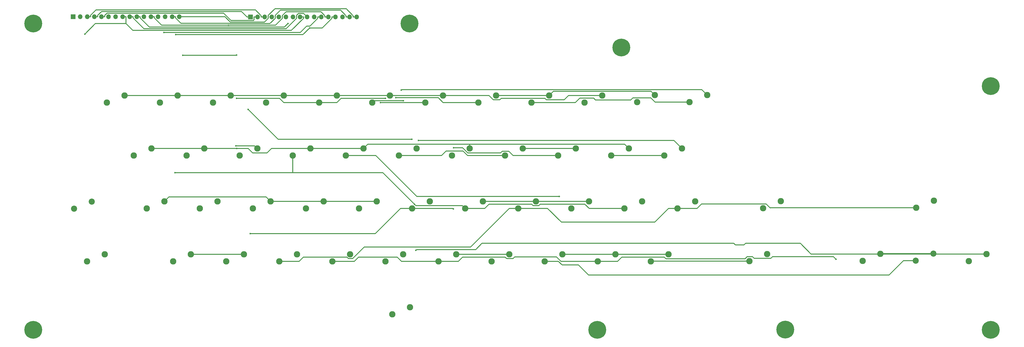
<source format=gbr>
G04 #@! TF.GenerationSoftware,KiCad,Pcbnew,(5.1.5)-3*
G04 #@! TF.CreationDate,2021-01-24T16:57:30-06:00*
G04 #@! TF.ProjectId,DragonKeyboard,44726167-6f6e-44b6-9579-626f6172642e,rev?*
G04 #@! TF.SameCoordinates,Original*
G04 #@! TF.FileFunction,Copper,L1,Top*
G04 #@! TF.FilePolarity,Positive*
%FSLAX46Y46*%
G04 Gerber Fmt 4.6, Leading zero omitted, Abs format (unit mm)*
G04 Created by KiCad (PCBNEW (5.1.5)-3) date 2021-01-24 16:57:30*
%MOMM*%
%LPD*%
G04 APERTURE LIST*
%ADD10C,2.200000*%
%ADD11O,1.700000X1.700000*%
%ADD12R,1.700000X1.700000*%
%ADD13C,6.400000*%
%ADD14C,2.286000*%
%ADD15C,0.600000*%
%ADD16C,0.375000*%
G04 APERTURE END LIST*
D10*
X358250000Y-178840000D03*
X364600000Y-176300000D03*
D11*
X157600000Y-91100000D03*
X155060000Y-91100000D03*
X152520000Y-91100000D03*
X149980000Y-91100000D03*
X147440000Y-91100000D03*
X144900000Y-91100000D03*
X142360000Y-91100000D03*
X139820000Y-91100000D03*
X137280000Y-91100000D03*
X134740000Y-91100000D03*
X132200000Y-91100000D03*
X129660000Y-91100000D03*
X127120000Y-91100000D03*
X124580000Y-91100000D03*
X122040000Y-91100000D03*
D12*
X119500000Y-91100000D03*
D11*
X93900000Y-91000000D03*
X91360000Y-91000000D03*
X88820000Y-91000000D03*
X86280000Y-91000000D03*
X83740000Y-91000000D03*
X81200000Y-91000000D03*
X78660000Y-91000000D03*
X76120000Y-91000000D03*
X73580000Y-91000000D03*
X71040000Y-91000000D03*
X68500000Y-91000000D03*
X65960000Y-91000000D03*
X63420000Y-91000000D03*
X60880000Y-91000000D03*
X58340000Y-91000000D03*
D12*
X55800000Y-91000000D03*
D10*
X56150000Y-160140000D03*
X62500000Y-157600000D03*
D13*
X176530000Y-93472000D03*
X252603000Y-102108000D03*
X41529000Y-203708000D03*
X311404000Y-203581000D03*
X41529000Y-93472000D03*
X243967000Y-203708000D03*
X385200000Y-203700000D03*
X385200000Y-116000000D03*
D14*
X283440000Y-119220000D03*
X277090000Y-121760000D03*
X245745000Y-119380000D03*
X239395000Y-121920000D03*
X74295000Y-119380000D03*
X67945000Y-121920000D03*
X93345000Y-119380000D03*
X86995000Y-121920000D03*
X112395000Y-119380000D03*
X106045000Y-121920000D03*
X131445000Y-119380000D03*
X125095000Y-121920000D03*
X150495000Y-119380000D03*
X144145000Y-121920000D03*
X169545000Y-119380000D03*
X163195000Y-121920000D03*
X188595000Y-119380000D03*
X182245000Y-121920000D03*
X207645000Y-119380000D03*
X201295000Y-121920000D03*
X226695000Y-119380000D03*
X220345000Y-121920000D03*
X383640000Y-176420000D03*
X377290000Y-178960000D03*
X264640000Y-119220000D03*
X258290000Y-121760000D03*
X274320000Y-138430000D03*
X267970000Y-140970000D03*
X260032000Y-157480000D03*
X253682000Y-160020000D03*
X279082000Y-157480000D03*
X272732000Y-160020000D03*
X231458000Y-176530000D03*
X225108000Y-179070000D03*
X250508000Y-176530000D03*
X244158000Y-179070000D03*
X269558000Y-176530000D03*
X263208000Y-179070000D03*
X88582500Y-157480000D03*
X82232500Y-160020000D03*
X174308000Y-176530000D03*
X167958000Y-179070000D03*
X136208000Y-176530000D03*
X129858000Y-179070000D03*
X126682000Y-157480000D03*
X120332000Y-160020000D03*
X121920000Y-138430000D03*
X115570000Y-140970000D03*
X145732000Y-157480000D03*
X139382000Y-160020000D03*
X164782000Y-157480000D03*
X158432000Y-160020000D03*
X183832000Y-157480000D03*
X177482000Y-160020000D03*
X217170000Y-138430000D03*
X210820000Y-140970000D03*
X202882000Y-157480000D03*
X196532000Y-160020000D03*
X221932000Y-157480000D03*
X215582000Y-160020000D03*
X240982000Y-157480000D03*
X234632000Y-160020000D03*
X212408000Y-176530000D03*
X206058000Y-179070000D03*
X193358000Y-176530000D03*
X187008000Y-179070000D03*
X236220000Y-138430000D03*
X229870000Y-140970000D03*
X255270000Y-138430000D03*
X248920000Y-140970000D03*
X83940000Y-138420000D03*
X77590000Y-140960000D03*
X140970000Y-138430000D03*
X134620000Y-140970000D03*
X107632000Y-157480000D03*
X101282000Y-160020000D03*
X160020000Y-138430000D03*
X153670000Y-140970000D03*
X198120000Y-138430000D03*
X191770000Y-140970000D03*
X155258000Y-176530000D03*
X148908000Y-179070000D03*
X102870000Y-138430000D03*
X96520000Y-140970000D03*
X117158000Y-176530000D03*
X110808000Y-179070000D03*
X179070000Y-138430000D03*
X172720000Y-140970000D03*
X98107500Y-176530000D03*
X91757500Y-179070000D03*
X67151200Y-176530000D03*
X60801200Y-179070000D03*
X309840000Y-157420000D03*
X303490000Y-159960000D03*
X176689000Y-195580000D03*
X170339000Y-198120000D03*
X345540000Y-176320000D03*
X339190000Y-178860000D03*
X364740000Y-157220000D03*
X358390000Y-159760000D03*
X304927000Y-176403000D03*
X298577000Y-178943000D03*
D15*
X192348700Y-138140200D03*
X166176600Y-121920000D03*
X174344900Y-121229500D03*
X329600000Y-178300000D03*
X114482700Y-120362600D03*
X167940400Y-120373100D03*
X95200000Y-104900000D03*
X114482700Y-104817300D03*
X92679900Y-97481100D03*
X140719300Y-95064000D03*
X230294200Y-155682200D03*
X111606600Y-94076900D03*
X92394500Y-147104700D03*
X88382500Y-96645300D03*
X178373500Y-158517400D03*
X132935900Y-93434300D03*
X119393900Y-169069100D03*
X171684700Y-120177600D03*
X192296100Y-160201900D03*
X173609000Y-117405700D03*
X60019200Y-97285000D03*
X178843400Y-175091500D03*
X114545300Y-138430000D03*
X118644500Y-124390900D03*
X177438700Y-135145600D03*
X179753800Y-135581200D03*
X114243600Y-137479200D03*
D16*
X156362200Y-91100000D02*
X156362200Y-90635800D01*
X156362200Y-90635800D02*
X153831300Y-88104900D01*
X153831300Y-88104900D02*
X128285800Y-88104900D01*
X128285800Y-88104900D02*
X125850000Y-90540700D01*
X125850000Y-90540700D02*
X125850000Y-91582900D01*
X125850000Y-91582900D02*
X124506600Y-92926300D01*
X124506600Y-92926300D02*
X112242500Y-92926300D01*
X112242500Y-92926300D02*
X110316200Y-91000000D01*
X110316200Y-91000000D02*
X95137800Y-91000000D01*
X93900000Y-91000000D02*
X95137800Y-91000000D01*
X157600000Y-91100000D02*
X156362200Y-91100000D01*
X166176600Y-121920000D02*
X182245000Y-121920000D01*
X229870000Y-140970000D02*
X213717400Y-140970000D01*
X213717400Y-140970000D02*
X212174000Y-139426600D01*
X212174000Y-139426600D02*
X209823400Y-139426600D01*
X209823400Y-139426600D02*
X209255000Y-139995000D01*
X209255000Y-139995000D02*
X197466400Y-139995000D01*
X197466400Y-139995000D02*
X195611600Y-138140200D01*
X195611600Y-138140200D02*
X192348700Y-138140200D01*
X298577000Y-178943000D02*
X263335000Y-178943000D01*
X263335000Y-178943000D02*
X263208000Y-179070000D01*
X153822200Y-91100000D02*
X153822200Y-90635800D01*
X153822200Y-90635800D02*
X151866700Y-88680300D01*
X151866700Y-88680300D02*
X130250300Y-88680300D01*
X130250300Y-88680300D02*
X128390000Y-90540600D01*
X128390000Y-90540600D02*
X128390000Y-91580600D01*
X128390000Y-91580600D02*
X126469000Y-93501600D01*
X126469000Y-93501600D02*
X112004100Y-93501600D01*
X112004100Y-93501600D02*
X111891600Y-93389100D01*
X111891600Y-93389100D02*
X94522600Y-93389100D01*
X94522600Y-93389100D02*
X92597800Y-91464300D01*
X92597800Y-91464300D02*
X92597800Y-91000000D01*
X244158000Y-179070000D02*
X230908200Y-179070000D01*
X230908200Y-179070000D02*
X229315500Y-177477300D01*
X229315500Y-177477300D02*
X214317100Y-177477300D01*
X214317100Y-177477300D02*
X213727400Y-178067000D01*
X213727400Y-178067000D02*
X211405000Y-178067000D01*
X211405000Y-178067000D02*
X210868900Y-177530900D01*
X210868900Y-177530900D02*
X195588500Y-177530900D01*
X195588500Y-177530900D02*
X194049400Y-179070000D01*
X194049400Y-179070000D02*
X187008000Y-179070000D01*
X91360000Y-91000000D02*
X92597800Y-91000000D01*
X155060000Y-91100000D02*
X153822200Y-91100000D01*
X163195000Y-121920000D02*
X163885500Y-121229500D01*
X163885500Y-121229500D02*
X174344900Y-121229500D01*
X306824100Y-177362300D02*
X306246400Y-177940000D01*
X306246400Y-177940000D02*
X300227200Y-177940000D01*
X300227200Y-177940000D02*
X299653300Y-177366100D01*
X299653300Y-177366100D02*
X297740900Y-177366100D01*
X297740900Y-177366100D02*
X296998300Y-178108700D01*
X296998300Y-178108700D02*
X268596700Y-178108700D01*
X268596700Y-178108700D02*
X268018900Y-177530900D01*
X268018900Y-177530900D02*
X252738500Y-177530900D01*
X252738500Y-177530900D02*
X251199400Y-179070000D01*
X251199400Y-179070000D02*
X244158000Y-179070000D01*
X148908000Y-179070000D02*
X156763000Y-179070000D01*
X156763000Y-179070000D02*
X158305500Y-177527500D01*
X158305500Y-177527500D02*
X172117500Y-177527500D01*
X172117500Y-177527500D02*
X173660000Y-179070000D01*
X173660000Y-179070000D02*
X187008000Y-179070000D01*
X306824100Y-177362300D02*
X328662300Y-177362300D01*
X328662300Y-177362300D02*
X329600000Y-178300000D01*
X329600000Y-178300000D02*
X329600000Y-178300000D01*
X144145000Y-121920000D02*
X131445000Y-121920000D01*
X131445000Y-121920000D02*
X129887600Y-120362600D01*
X129887600Y-120362600D02*
X114482700Y-120362600D01*
X167940400Y-120373100D02*
X152041900Y-120373100D01*
X152041900Y-120373100D02*
X150495000Y-121920000D01*
X150495000Y-121920000D02*
X144145000Y-121920000D01*
X114400000Y-104900000D02*
X114482700Y-104817300D01*
X95200000Y-104900000D02*
X114400000Y-104900000D01*
X140719300Y-95064000D02*
X138302200Y-97481100D01*
X138302200Y-97481100D02*
X92679900Y-97481100D01*
X149980000Y-91100000D02*
X148742200Y-91100000D01*
X148742200Y-91100000D02*
X148742200Y-91564200D01*
X148742200Y-91564200D02*
X145242400Y-95064000D01*
X145242400Y-95064000D02*
X140719300Y-95064000D01*
X153670000Y-140970000D02*
X164449400Y-140970000D01*
X164449400Y-140970000D02*
X179161600Y-155682200D01*
X179161600Y-155682200D02*
X230294200Y-155682200D01*
X353834200Y-178840000D02*
X358250000Y-178840000D01*
X229996300Y-179070000D02*
X231297500Y-180371200D01*
X348661900Y-184012300D02*
X353834200Y-178840000D01*
X225108000Y-179070000D02*
X229996300Y-179070000D01*
X231297500Y-180371200D02*
X237188600Y-180371200D01*
X237188600Y-180371200D02*
X240829700Y-184012300D01*
X240829700Y-184012300D02*
X348661900Y-184012300D01*
X111606600Y-94076900D02*
X128445000Y-94076900D01*
X128445000Y-94076900D02*
X130930000Y-91591900D01*
X130930000Y-91591900D02*
X130930000Y-90583900D01*
X130930000Y-90583900D02*
X132244700Y-89269200D01*
X132244700Y-89269200D02*
X144835600Y-89269200D01*
X144835600Y-89269200D02*
X146202200Y-90635800D01*
X146202200Y-90635800D02*
X146202200Y-91100000D01*
X84977800Y-91000000D02*
X84977800Y-91464200D01*
X84977800Y-91464200D02*
X87590500Y-94076900D01*
X87590500Y-94076900D02*
X111606600Y-94076900D01*
X272732000Y-160020000D02*
X269541400Y-160020000D01*
X269541400Y-160020000D02*
X264614100Y-164947300D01*
X264614100Y-164947300D02*
X231045000Y-164947300D01*
X231045000Y-164947300D02*
X226117700Y-160020000D01*
X226117700Y-160020000D02*
X215582000Y-160020000D01*
X305976200Y-159860000D02*
X304533000Y-158416800D01*
X304533000Y-158416800D02*
X281376600Y-158416800D01*
X281376600Y-158416800D02*
X279773400Y-160020000D01*
X279773400Y-160020000D02*
X272732000Y-160020000D01*
X215582000Y-160020000D02*
X212391400Y-160020000D01*
X212391400Y-160020000D02*
X198470600Y-173940800D01*
X198470600Y-173940800D02*
X160264900Y-173940800D01*
X160264900Y-173940800D02*
X156128400Y-178077300D01*
X156128400Y-178077300D02*
X154638300Y-178077300D01*
X154638300Y-178077300D02*
X154088800Y-177527800D01*
X154088800Y-177527800D02*
X138441600Y-177527800D01*
X138441600Y-177527800D02*
X136899400Y-179070000D01*
X136899400Y-179070000D02*
X129858000Y-179070000D01*
X83740000Y-91000000D02*
X84977800Y-91000000D01*
X147440000Y-91100000D02*
X146202200Y-91100000D01*
X306076200Y-159760000D02*
X358390000Y-159760000D01*
X305976200Y-159860000D02*
X306076200Y-159760000D01*
X134620000Y-147104700D02*
X166960800Y-147104700D01*
X166960800Y-147104700D02*
X178373500Y-158517400D01*
X92394500Y-147104700D02*
X134620000Y-147104700D01*
X134620000Y-140970000D02*
X134620000Y-147104700D01*
X143662200Y-91100000D02*
X143662200Y-91564200D01*
X143662200Y-91564200D02*
X140850200Y-94376200D01*
X140850200Y-94376200D02*
X139620800Y-94376200D01*
X139620800Y-94376200D02*
X137351700Y-96645300D01*
X137351700Y-96645300D02*
X88382500Y-96645300D01*
X144900000Y-91100000D02*
X143662200Y-91100000D01*
X253682000Y-160020000D02*
X241040500Y-160020000D01*
X241040500Y-160020000D02*
X239501400Y-158480900D01*
X239501400Y-158480900D02*
X223471100Y-158480900D01*
X223471100Y-158480900D02*
X222936200Y-159015800D01*
X222936200Y-159015800D02*
X220927800Y-159015800D01*
X220927800Y-159015800D02*
X220392900Y-158480900D01*
X220392900Y-158480900D02*
X205112500Y-158480900D01*
X205112500Y-158480900D02*
X203573400Y-160020000D01*
X203573400Y-160020000D02*
X196532000Y-160020000D01*
X196532000Y-160020000D02*
X195522900Y-159010900D01*
X195522900Y-159010900D02*
X178867000Y-159010900D01*
X178867000Y-159010900D02*
X178373500Y-158517400D01*
X79897800Y-91000000D02*
X79897800Y-91464300D01*
X79897800Y-91464300D02*
X83198200Y-94764700D01*
X83198200Y-94764700D02*
X131605500Y-94764700D01*
X131605500Y-94764700D02*
X132935900Y-93434300D01*
X78660000Y-91000000D02*
X79897800Y-91000000D01*
X220345000Y-121920000D02*
X236120900Y-121920000D01*
X236120900Y-121920000D02*
X237701500Y-120339400D01*
X237701500Y-120339400D02*
X242667800Y-120339400D01*
X242667800Y-120339400D02*
X243300400Y-120972000D01*
X243300400Y-120972000D02*
X255963900Y-120972000D01*
X255963900Y-120972000D02*
X256716500Y-120219400D01*
X256716500Y-120219400D02*
X263157900Y-120219400D01*
X263157900Y-120219400D02*
X264698500Y-121760000D01*
X264698500Y-121760000D02*
X277090000Y-121760000D01*
X172720000Y-140970000D02*
X188090200Y-140970000D01*
X188090200Y-140970000D02*
X189674900Y-139385300D01*
X189674900Y-139385300D02*
X195780100Y-139385300D01*
X195780100Y-139385300D02*
X197364800Y-140970000D01*
X197364800Y-140970000D02*
X210820000Y-140970000D01*
X77357800Y-91000000D02*
X77357800Y-91464200D01*
X77357800Y-91464200D02*
X81233600Y-95340000D01*
X81233600Y-95340000D02*
X132307400Y-95340000D01*
X132307400Y-95340000D02*
X136010000Y-91637400D01*
X136010000Y-91637400D02*
X136010000Y-90557400D01*
X136010000Y-90557400D02*
X136706500Y-89860900D01*
X136706500Y-89860900D02*
X138580900Y-89860900D01*
X138580900Y-89860900D02*
X139820000Y-91100000D01*
X177482000Y-160020000D02*
X173372000Y-160020000D01*
X173372000Y-160020000D02*
X164322900Y-169069100D01*
X164322900Y-169069100D02*
X119393900Y-169069100D01*
X192296100Y-160201900D02*
X192114200Y-160020000D01*
X192114200Y-160020000D02*
X177482000Y-160020000D01*
X76120000Y-91000000D02*
X77357800Y-91000000D01*
X201295000Y-121920000D02*
X188595000Y-121920000D01*
X188595000Y-121920000D02*
X186852600Y-120177600D01*
X186852600Y-120177600D02*
X171684700Y-120177600D01*
X248920000Y-140970000D02*
X267970000Y-140970000D01*
X74817800Y-93501700D02*
X77231400Y-95915300D01*
X77231400Y-95915300D02*
X134166700Y-95915300D01*
X134166700Y-95915300D02*
X138517800Y-91564200D01*
X138517800Y-91564200D02*
X138517800Y-91100000D01*
X283440000Y-119220000D02*
X281454000Y-117234000D01*
X281454000Y-117234000D02*
X173780700Y-117234000D01*
X173780700Y-117234000D02*
X173609000Y-117405700D01*
X74817800Y-93501700D02*
X63802500Y-93501700D01*
X63802500Y-93501700D02*
X60019200Y-97285000D01*
X74817800Y-91000000D02*
X74817800Y-93501700D01*
X73580000Y-91000000D02*
X74817800Y-91000000D01*
X137280000Y-91100000D02*
X138517800Y-91100000D01*
X364284900Y-176400000D02*
X320670200Y-176400000D01*
X320670200Y-176400000D02*
X316838200Y-172568000D01*
X316838200Y-172568000D02*
X297204100Y-172568000D01*
X297204100Y-172568000D02*
X296594500Y-173177600D01*
X296594500Y-173177600D02*
X293571800Y-173177600D01*
X293571800Y-173177600D02*
X292932000Y-172537800D01*
X292932000Y-172537800D02*
X202582300Y-172537800D01*
X202582300Y-172537800D02*
X200316400Y-174803700D01*
X200316400Y-174803700D02*
X179131200Y-174803700D01*
X179131200Y-174803700D02*
X178843400Y-175091500D01*
X346784900Y-176300000D02*
X364600000Y-176300000D01*
X345540000Y-176320000D02*
X345560000Y-176300000D01*
X345560000Y-176300000D02*
X346784900Y-176300000D01*
X383640000Y-176420000D02*
X364720000Y-176420000D01*
X364720000Y-176420000D02*
X364600000Y-176300000D01*
X98107500Y-176530000D02*
X117158000Y-176530000D01*
X114545300Y-138430000D02*
X102870000Y-138430000D01*
X140970000Y-138430000D02*
X127014500Y-138430000D01*
X127014500Y-138430000D02*
X125450800Y-139993700D01*
X125450800Y-139993700D02*
X120246400Y-139993700D01*
X120246400Y-139993700D02*
X118682700Y-138430000D01*
X118682700Y-138430000D02*
X114545300Y-138430000D01*
X198120000Y-136895100D02*
X253735100Y-136895100D01*
X253735100Y-136895100D02*
X255270000Y-138430000D01*
X198120000Y-136895100D02*
X161554900Y-136895100D01*
X161554900Y-136895100D02*
X160020000Y-138430000D01*
X198120000Y-138430000D02*
X198120000Y-136895100D01*
X160020000Y-138430000D02*
X140970000Y-138430000D01*
X102870000Y-138430000D02*
X102860000Y-138420000D01*
X102860000Y-138420000D02*
X83940000Y-138420000D01*
X177438700Y-135145600D02*
X129399200Y-135145600D01*
X129399200Y-135145600D02*
X118644500Y-124390900D01*
X120802200Y-91100000D02*
X120802200Y-92105700D01*
X120802200Y-92105700D02*
X120570100Y-92337800D01*
X120570100Y-92337800D02*
X112467700Y-92337800D01*
X112467700Y-92337800D02*
X109857400Y-89727500D01*
X109857400Y-89727500D02*
X67995700Y-89727500D01*
X67995700Y-89727500D02*
X67197800Y-90525400D01*
X67197800Y-90525400D02*
X67197800Y-91000000D01*
X65960000Y-91000000D02*
X67197800Y-91000000D01*
X122040000Y-91100000D02*
X120802200Y-91100000D01*
X202882000Y-157480000D02*
X221932000Y-157480000D01*
X240982000Y-157480000D02*
X221932000Y-157480000D01*
X193358000Y-176530000D02*
X212408000Y-176530000D01*
X236220000Y-138430000D02*
X217170000Y-138430000D01*
X118262200Y-91100000D02*
X116314400Y-89152200D01*
X116314400Y-89152200D02*
X66041400Y-89152200D01*
X66041400Y-89152200D02*
X64657800Y-90535800D01*
X64657800Y-90535800D02*
X64657800Y-91000000D01*
X119500000Y-91100000D02*
X118262200Y-91100000D01*
X63420000Y-91000000D02*
X64657800Y-91000000D01*
X274320000Y-138430000D02*
X271471200Y-135581200D01*
X271471200Y-135581200D02*
X179753800Y-135581200D01*
X121920000Y-138430000D02*
X120969200Y-137479200D01*
X120969200Y-137479200D02*
X114243600Y-137479200D01*
X126682000Y-157480000D02*
X125101700Y-155899700D01*
X125101700Y-155899700D02*
X90162800Y-155899700D01*
X90162800Y-155899700D02*
X88582500Y-157480000D01*
X145732000Y-157480000D02*
X126682000Y-157480000D01*
X164782000Y-157480000D02*
X145732000Y-157480000D01*
X123342200Y-91100000D02*
X123342200Y-90635800D01*
X123342200Y-90635800D02*
X121283300Y-88576900D01*
X121283300Y-88576900D02*
X64076700Y-88576900D01*
X64076700Y-88576900D02*
X62117800Y-90535800D01*
X62117800Y-90535800D02*
X62117800Y-91000000D01*
X124580000Y-91100000D02*
X123342200Y-91100000D01*
X60880000Y-91000000D02*
X62117800Y-91000000D01*
X226695000Y-119380000D02*
X207645000Y-119380000D01*
X264640000Y-119220000D02*
X263263300Y-117843300D01*
X263263300Y-117843300D02*
X228231700Y-117843300D01*
X228231700Y-117843300D02*
X226695000Y-119380000D01*
X250508000Y-176530000D02*
X231458000Y-176530000D01*
X269558000Y-176530000D02*
X250508000Y-176530000D01*
X245745000Y-119380000D02*
X233641500Y-119380000D01*
X233641500Y-119380000D02*
X232102500Y-120919000D01*
X232102500Y-120919000D02*
X225694000Y-120919000D01*
X225694000Y-120919000D02*
X225155900Y-120380900D01*
X225155900Y-120380900D02*
X209500500Y-120380900D01*
X209500500Y-120380900D02*
X208964400Y-120917000D01*
X208964400Y-120917000D02*
X206642000Y-120917000D01*
X206642000Y-120917000D02*
X205105000Y-119380000D01*
X205105000Y-119380000D02*
X188595000Y-119380000D01*
X93345000Y-119380000D02*
X74295000Y-119380000D01*
X112395000Y-119380000D02*
X93345000Y-119380000D01*
X131445000Y-119380000D02*
X112395000Y-119380000D01*
X150495000Y-119380000D02*
X131445000Y-119380000D01*
X169545000Y-119380000D02*
X150495000Y-119380000D01*
X188595000Y-119380000D02*
X169545000Y-119380000D01*
M02*

</source>
